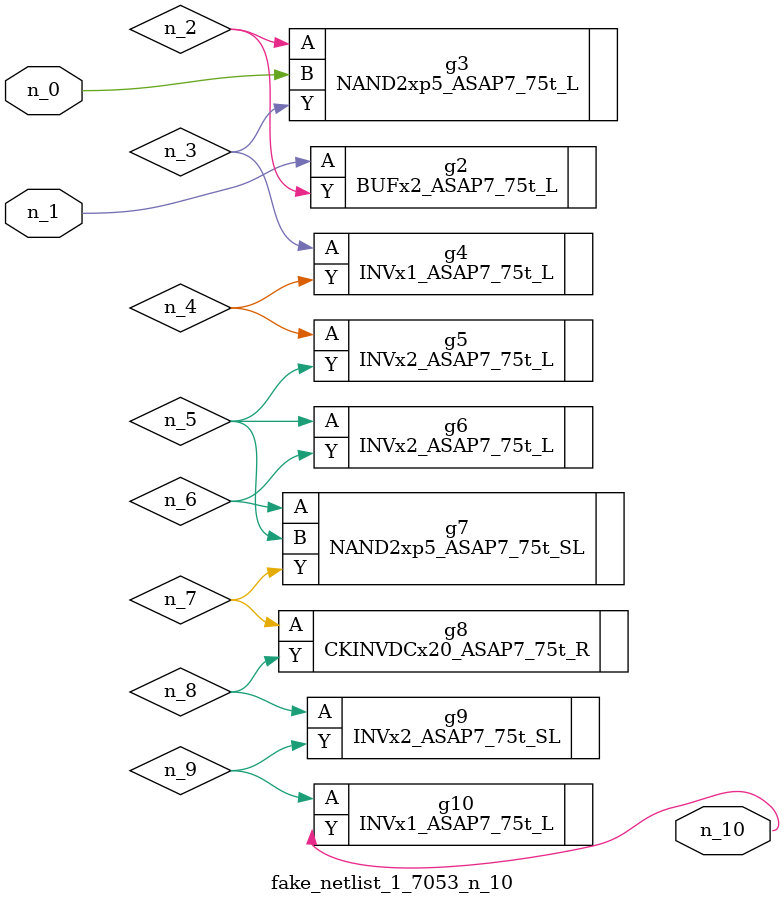
<source format=v>
module fake_netlist_1_7053_n_10 (n_1, n_0, n_10);
input n_1;
input n_0;
output n_10;
wire n_2;
wire n_6;
wire n_4;
wire n_3;
wire n_9;
wire n_5;
wire n_7;
wire n_8;
BUFx2_ASAP7_75t_L g2 ( .A(n_1), .Y(n_2) );
NAND2xp5_ASAP7_75t_L g3 ( .A(n_2), .B(n_0), .Y(n_3) );
INVx1_ASAP7_75t_L g4 ( .A(n_3), .Y(n_4) );
INVx2_ASAP7_75t_L g5 ( .A(n_4), .Y(n_5) );
INVx2_ASAP7_75t_L g6 ( .A(n_5), .Y(n_6) );
NAND2xp5_ASAP7_75t_SL g7 ( .A(n_6), .B(n_5), .Y(n_7) );
CKINVDCx20_ASAP7_75t_R g8 ( .A(n_7), .Y(n_8) );
INVx2_ASAP7_75t_SL g9 ( .A(n_8), .Y(n_9) );
INVx1_ASAP7_75t_L g10 ( .A(n_9), .Y(n_10) );
endmodule
</source>
